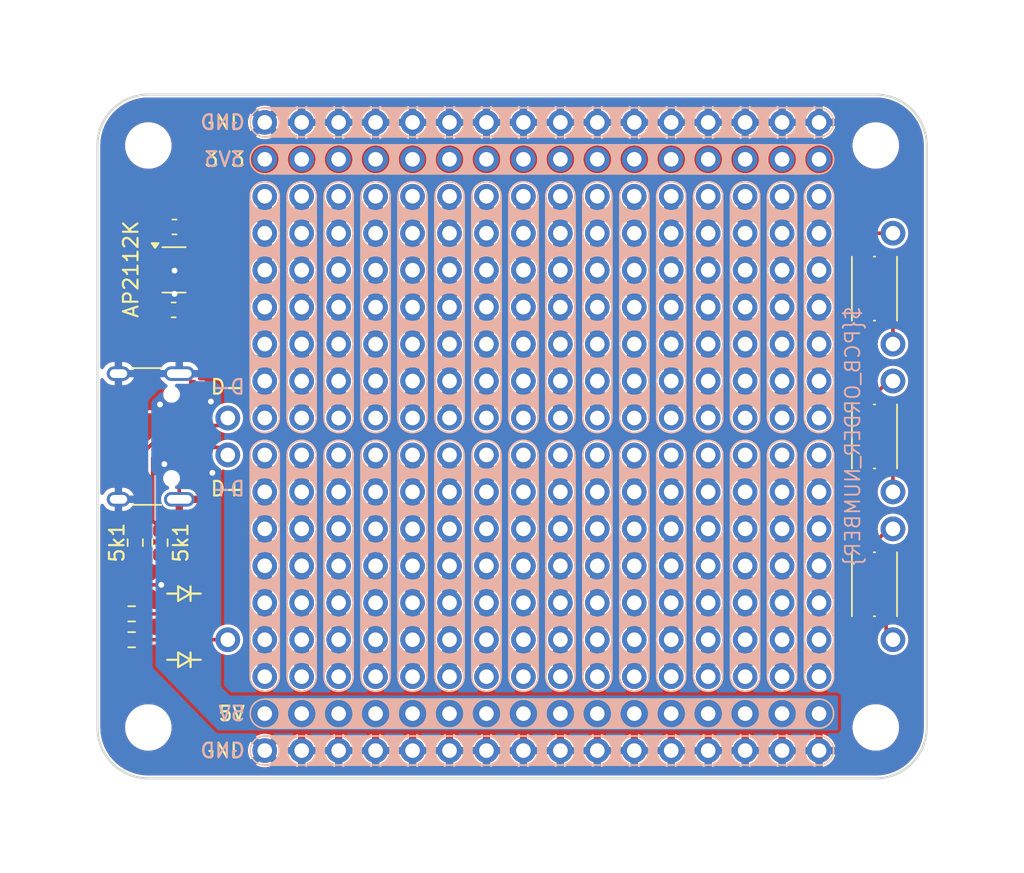
<source format=kicad_pcb>
(kicad_pcb (version 20240108) (generator "pcbnew") (generator_version "8.0")
  (layers (0 "F.Cu" signal) (31 "B.Cu" signal) (34 "B.Paste" user) (35 "F.Paste" user) (36 "B.SilkS" user "B.Silkscreen") (37 "F.SilkS" user "F.Silkscreen") (38 "B.Mask" user) (39 "F.Mask" user) (44 "Edge.Cuts" user))
  (net 0 "")
  (net 1 "GND")
  (net 2 "VCC")
  (net 3 "D+")
  (net 5 "D-")
  (net 6 "Net-(J1-CC2)")
  (net 7 "Net-(J1-CC1)")
  (net 9 "Net-(J6-Pin_1)")
  (net 10 "Net-(J7-Pin_1)")
  (net 11 "3V3")
  (net 12 "Net-(J8-Pin_1)")
  (net 13 "Net-(J9-Pin_1)")
  (net 14 "Net-(J10-Pin_1)")
  (net 15 "Net-(J11-Pin_1)")
  (net 16 "Net-(J12-Pin_1)")
  (net 17 "Net-(J13-Pin_1)")
  (net 18 "Net-(J14-Pin_1)")
  (net 19 "Net-(J15-Pin_1)")
  (net 20 "Net-(J16-Pin_1)")
  (net 21 "Net-(J17-Pin_1)")
  (net 22 "Net-(J18-Pin_1)")
  (net 23 "Net-(J19-Pin_1)")
  (net 24 "Net-(J20-Pin_1)")
  (net 25 "Net-(J21-Pin_1)")
  (net 26 "Net-(J22-Pin_1)")
  (net 27 "Net-(J23-Pin_1)")
  (net 28 "Net-(J24-Pin_1)")
  (net 29 "Net-(J25-Pin_1)")
  (net 30 "Net-(J26-Pin_1)")
  (net 31 "Net-(J27-Pin_1)")
  (net 32 "Net-(J28-Pin_1)")
  (net 33 "Net-(J29-Pin_1)")
  (net 34 "Net-(J30-Pin_1)")
  (net 35 "Net-(J31-Pin_1)")
  (net 36 "Net-(J32-Pin_1)")
  (net 37 "Net-(J33-Pin_1)")
  (net 38 "Net-(J34-Pin_1)")
  (net 39 "Net-(J35-Pin_1)")
  (net 40 "Net-(J36-Pin_1)")
  (net 41 "Net-(J37-Pin_1)")
  (net 43 "Net-(D1-K)")
  (net 44 "Net-(D1-A)")
  (net 45 "Net-(D2-A)")
  (net 46 "sw1_b")
  (net 47 "sw1_a")
  (net 48 "sw2_a")
  (net 49 "sw2_b")
  (net 50 "sw3_a")
  (net 51 "sw3_b")
  (footprint "MountingHole:MountingHole_2.7mm_M2.5" (layer "F.Cu") (at -8 20)
    (property "Reference" "REF**" (hide yes))
    (property "Value" "MountingHole_2.7mm_M2.5")
  )
  (footprint "MountingHole:MountingHole_2.7mm_M2.5" (layer "F.Cu") (at -8 -20)
    (property "Reference" "REF**" (hide yes))
    (property "Value" "MountingHole_2.7mm_M2.5")
  )
  (footprint "Library:PinHeader_1x07_P2.54mm_Vertical" (layer "F.Cu") (at 7.62 -16.51)
    (property "Reference" "J9" (hide yes))
    (property "Value" "Conn_01x07_Pin" (hide yes))
  )
  (footprint "MountingHole:MountingHole_2.7mm_M2.5" (layer "F.Cu") (at 42 20)
    (property "Reference" "REF**" (hide yes))
    (property "Value" "MountingHole_2.7mm_M2.5")
  )
  (footprint "Library:USB_C_Receptacle_HRO_TYPE-C-31-M-12" (layer "F.Cu") (at -9.005 0 -90)
    (property "Reference" "J1" (hide yes))
    (property "Value" "USB_C_Receptacle_USB2.0")
  )
  (footprint "Library:PinHeader_1x07_P2.54mm_Vertical" (layer "F.Cu") (at 33.02 -16.51)
    (property "Reference" "J19" (hide yes))
    (property "Value" "Conn_01x07_Pin" (hide yes))
  )
  (footprint "Library:PinHeader_1x07_P2.54mm_Vertical" (layer "F.Cu") (at 7.62 1.27)
    (property "Reference" "J25" (hide yes))
    (property "Value" "Conn_01x07_Pin" (hide yes))
  )
  (footprint "Library:PinHeader_1x07_P2.54mm_Vertical" (layer "F.Cu") (at 22.86 -16.51)
    (property "Reference" "J15" (hide yes))
    (property "Value" "Conn_01x07_Pin" (hide yes))
  )
  (footprint "Library:PinHeader_1x16_P2.54mm_Vertical" (layer "F.Cu") (at 0 -21.59 90)
    (property "Reference" "J4" (hide yes))
    (property "Value" "Conn_01x16_Pin")
  )
  (footprint "Library:PinHeader_1x07_P2.54mm_Vertical" (layer "F.Cu") (at 12.7 -16.51)
    (property "Reference" "J11" (hide yes))
    (property "Value" "Conn_01x07_Pin" (hide yes))
  )
  (footprint "Library:LED_0603_1608Metric_Pad1.05x0.95mm_HandSolder" (layer "F.Cu") (at -5.588 13.97 180)
    (property "Reference" "D1" (hide yes))
    (property "Value" "LED")
  )
  (footprint "Library:PinHeader_1x07_P2.54mm_Vertical" (layer "F.Cu") (at 35.56 1.27)
    (property "Reference" "J36" (hide yes))
    (property "Value" "Conn_01x07_Pin" (hide yes))
  )
  (footprint "Capacitor_SMD:C_0603_1608Metric" (layer "F.Cu") (at -6.2 -14.4 180)
    (property "Reference" "C2" (hide yes))
    (property "Value" "1uF")
  )
  (footprint "Library:PinHeader_1x07_P2.54mm_Vertical" (layer "F.Cu") (at 12.7 1.27)
    (property "Reference" "J27" (hide yes))
    (property "Value" "Conn_01x07_Pin" (hide yes))
  )
  (footprint "Library:PinHeader_1x16_P2.54mm_Vertical" (layer "F.Cu") (at 0 -19.05 90)
    (property "Reference" "J5" (hide yes))
    (property "Value" "Conn_01x16_Pin")
  )
  (footprint "Library:PinSocket_1x01_P2.54mm_Vertical" (layer "F.Cu") (at 43.18 13.97)
    (property "Reference" "J45" (hide yes))
    (property "Value" "Conn_01x01_Pin")
  )
  (footprint "Capacitor_SMD:C_0603_1608Metric" (layer "F.Cu") (at -6.2625 -8.7)
    (property "Reference" "C1" (hide yes))
    (property "Value" "1uF")
  )
  (footprint "Library:PinHeader_1x07_P2.54mm_Vertical" (layer "F.Cu") (at 2.54 1.27)
    (property "Reference" "J23" (hide yes))
    (property "Value" "Conn_01x07_Pin" (hide yes))
  )
  (footprint "Library:PinHeader_1x07_P2.54mm_Vertical" (layer "F.Cu") (at 35.56 -16.51)
    (property "Reference" "J20" (hide yes))
    (property "Value" "Conn_01x07_Pin" (hide yes))
  )
  (footprint "Library:PinHeader_1x07_P2.54mm_Vertical" (layer "F.Cu") (at 38.1 1.27)
    (property "Reference" "J37" (hide yes))
    (property "Value" "Conn_01x07_Pin" (hide yes))
  )
  (footprint "Library:PinHeader_1x07_P2.54mm_Vertical" (layer "F.Cu") (at 0 1.27)
    (property "Reference" "J22" (hide yes))
    (property "Value" "Conn_01x07_Pin" (hide yes))
  )
  (footprint "Library:PinSocket_1x01_P2.54mm_Vertical" (layer "F.Cu") (at 43.18 -3.81)
    (property "Reference" "J42" (hide yes))
    (property "Value" "Conn_01x01_Pin")
  )
  (footprint "Library:PinHeader_1x07_P2.54mm_Vertical" (layer "F.Cu") (at 5.08 1.27)
    (property "Reference" "J24" (hide yes))
    (property "Value" "Conn_01x07_Pin" (hide yes))
  )
  (footprint "Button_Switch_SMD:SW_Push_1P1T_NO_CK_KMR2" (layer "F.Cu") (at 41.91 0 90)
    (property "Reference" "SW2" (hide yes))
    (property "Value" "SW_SPST")
  )
  (footprint "Library:PinHeader_1x16_P2.54mm_Vertical" (layer "F.Cu") (at 0 21.59 90)
    (property "Reference" "J2" (hide yes))
    (property "Value" "Conn_01x16_Pin")
  )
  (footprint "Library:PinHeader_1x07_P2.54mm_Vertical" (layer "F.Cu") (at 20.32 -16.51)
    (property "Reference" "J14" (hide yes))
    (property "Value" "Conn_01x07_Pin" (hide yes))
  )
  (footprint "Library:PinHeader_1x07_P2.54mm_Vertical" (layer "F.Cu") (at 10.16 1.27)
    (property "Reference" "J26" (hide yes))
    (property "Value" "Conn_01x07_Pin" (hide yes))
  )
  (footprint "Library:PinHeader_1x07_P2.54mm_Vertical" (layer "F.Cu") (at 25.4 -16.51)
    (property "Reference" "J16" (hide yes))
    (property "Value" "Conn_01x07_Pin" (hide yes))
  )
  (footprint "Package_TO_SOT_SMD:SOT-23-5" (layer "F.Cu") (at -6.2375 -11.45)
    (property "Reference" "U2" (hide yes))
    (property "Value" "AP2112K-3.3")
  )
  (footprint "Library:PinHeader_1x07_P2.54mm_Vertical" (layer "F.Cu") (at 30.48 1.27)
    (property "Reference" "J34" (hide yes))
    (property "Value" "Conn_01x07_Pin" (hide yes))
  )
  (footprint "Library:PinSocket_1x01_P2.54mm_Vertical" (layer "F.Cu") (at 43.18 -6.35)
    (property "Reference" "J40" (hide yes))
    (property "Value" "Conn_01x01_Pin")
  )
  (footprint "Library:PinHeader_1x07_P2.54mm_Vertical" (layer "F.Cu") (at 17.78 1.27)
    (property "Reference" "J29" (hide yes))
    (property "Value" "Conn_01x07_Pin" (hide yes))
  )
  (footprint "Library:PinHeader_1x07_P2.54mm_Vertical" (layer "F.Cu") (at 10.16 -16.51)
    (property "Reference" "J10" (hide yes))
    (property "Value" "Conn_01x07_Pin" (hide yes))
  )
  (footprint "Library:PinSocket_1x01_P2.54mm_Vertical" (layer "F.Cu") (at 43.18 3.81)
    (property "Reference" "J43" (hide yes))
    (property "Value" "Conn_01x01_Pin")
  )
  (footprint "Library:PinHeader_1x07_P2.54mm_Vertical" (layer "F.Cu") (at 15.24 -16.51)
    (property "Reference" "J12" (hide yes))
    (property "Value" "Conn_01x07_Pin" (hide yes))
  )
  (footprint "Library:PinSocket_1x01_P2.54mm_Vertical" (layer "F.Cu") (at 43.18 -13.97)
    (property "Reference" "J41" (hide yes))
    (property "Value" "Conn_01x01_Pin")
  )
  (footprint "Library:PinHeader_1x07_P2.54mm_Vertical" (layer "F.Cu") (at 38.1 -16.51)
    (property "Reference" "J21" (hide yes))
    (property "Value" "Conn_01x07_Pin" (hide yes))
  )
  (footprint "Library:PinHeader_1x02_P2.54mm_Vertical" (layer "F.Cu") (at -2.54 1.27 180)
    (property "Reference" "J38" (hide yes))
    (property "Value" "Conn_01x02_Pin" (hide yes))
  )
  (footprint "Library:PinHeader_1x07_P2.54mm_Vertical" (layer "F.Cu") (at 27.94 1.27)
    (property "Reference" "J33" (hide yes))
    (property "Value" "Conn_01x07_Pin" (hide yes))
  )
  (footprint "Library:PinHeader_1x07_P2.54mm_Vertical" (layer "F.Cu") (at 15.24 1.27)
    (property "Reference" "J28" (hide yes))
    (property "Value" "Conn_01x07_Pin" (hide yes))
  )
  (footprint "Library:PinHeader_1x07_P2.54mm_Vertical" (layer "F.Cu") (at 5.08 -16.51)
    (property "Reference" "J8" (hide yes))
    (property "Value" "Conn_01x07_Pin" (hide yes))
  )
  (footprint "Library:PinHeader_1x07_P2.54mm_Vertical" (layer "F.Cu") (at 0 -16.51)
    (property "Reference" "J6" (hide yes))
    (property "Value" "Conn_01x07_Pin" (hide yes))
  )
  (footprint "Library:PinHeader_1x07_P2.54mm_Vertical" (layer "F.Cu") (at 20.32 1.27)
    (property "Reference" "J30" (hide yes))
    (property "Value" "Conn_01x07_Pin" (hide yes))
  )
  (footprint "Library:PinHeader_1x07_P2.54mm_Vertical" (layer "F.Cu") (at 25.4 1.27)
    (property "Reference" "J32" (hide yes))
    (property "Value" "Conn_01x07_Pin" (hide yes))
  )
  (footprint "Library:PinHeader_1x07_P2.54mm_Vertical" (layer "F.Cu") (at 2.54 -16.51)
    (property "Reference" "J7" (hide yes))
    (property "Value" "Conn_01x07_Pin" (hide yes))
  )
  (footprint "Library:PinHeader_1x07_P2.54mm_Vertical" (layer "F.Cu") (at 30.48 -16.51)
    (property "Reference" "J18" (hide yes))
    (property "Value" "Conn_01x07_Pin" (hide yes))
  )
  (footprint "Library:PinHeader_1x07_P2.54mm_Vertical" (layer "F.Cu") (at 22.86 1.27)
    (property "Reference" "J31" (hide yes))
    (property "Value" "Conn_01x07_Pin" (hide yes))
  )
  (footprint "Library:PinHeader_1x07_P2.54mm_Vertical" (layer "F.Cu") (at 17.78 -16.51)
    (property "Reference" "J13" (hide yes))
    (property "Value" "Conn_01x07_Pin" (hide yes))
  )
  (footprint "Library:PinHeader_1x07_P2.54mm_Vertical" (layer "F.Cu") (at 33.02 1.27)
    (property "Reference" "J35" (hide yes))
    (property "Value" "Conn_01x07_Pin" (hide yes))
  )
  (footprint "MountingHole:MountingHole_2.7mm_M2.5" (layer "F.Cu") (at 42 -20)
    (property "Reference" "REF**" (hide yes))
    (property "Value" "MountingHole_2.7mm_M2.5")
  )
  (footprint "Library:LED_0603_1608Metric_Pad1.05x0.95mm_HandSolder" (layer "F.Cu") (at -5.588 12.192 180)
    (property "Reference" "D2" (hide yes))
    (property "Value" "LED")
  )
  (footprint "Resistor_SMD:R_0603_1608Metric" (layer "F.Cu") (at -9.144 13.97 180)
    (property "Reference" "R3" (hide yes))
    (property "Value" "5k1")
  )
  (footprint "Resistor_SMD:R_0603_1608Metric" (layer "F.Cu") (at -9.144 12.192 180)
    (property "Reference" "R4" (hide yes))
    (property "Value" "56k" (hide yes))
  )
  (footprint "Resistor_SMD:R_0603_1608Metric" (layer "F.Cu") (at -7.2 7.3 90)
    (property "Reference" "R2" (hide yes))
    (property "Value" "5k1")
  )
  (footprint "Library:PinSocket_1x01_P2.54mm_Vertical" (layer "F.Cu") (at -2.54 13.97)
    (property "Reference" "J39" (hide yes))
    (property "Value" "Conn_01x01_Pin")
  )
  (footprint "Button_Switch_SMD:SW_Push_1P1T_NO_CK_KMR2" (layer "F.Cu") (at 41.91 -10.16 90)
    (property "Reference" "SW1" (hide yes))
    (property "Value" "SW_SPST")
  )
  (footprint "Button_Switch_SMD:SW_Push_1P1T_NO_CK_KMR2" (layer "F.Cu") (at 41.91 10.16 90)
    (property "Reference" "SW3" (hide yes))
    (property "Value" "SW_SPST")
  )
  (footprint "Library:PinHeader_1x16_P2.54mm_Vertical" (layer "F.Cu") (at 0 19.05 90)
    (property "Reference" "J3" (hide yes))
    (property "Value" "Conn_01x16_Pin")
  )
  (footprint "Library:PinSocket_1x01_P2.54mm_Vertical" (layer "F.Cu") (at 43.18 6.35)
    (property "Reference" "J44" (hide yes))
    (property "Value" "Conn_01x01_Pin")
  )
  (footprint "Resistor_SMD:R_0603_1608Metric" (layer "F.Cu") (at -8.9 7.3 90)
    (property "Reference" "R1" (hide yes))
    (property "Value" "5k1")
  )
  (footprint "Library:PinHeader_1x07_P2.54mm_Vertical" (layer "F.Cu") (at 27.94 -16.51)
    (property "Reference" "J17" (hide yes))
    (property "Value" "Conn_01x07_Pin" (hide yes))
  )
  (gr_line (start -5.1 15.35) (end -4.4 15.35) (stroke (width 0.15)) (layer "F.SilkS"))
  (gr_line (start -5.1 14.85) (end -5.1 15.85) (stroke (width 0.15)) (layer "F.SilkS"))
  (gr_line (start -5.1 10.8) (end -4.4 10.8) (stroke (width 0.15)) (layer "F.SilkS"))
  (gr_line (start -5.95 14.85) (end -5.1 15.35) (stroke (width 0.15)) (layer "F.SilkS"))
  (gr_line (start -5.95 10.3) (end -5.1 10.8) (stroke (width 0.15)) (layer "F.SilkS"))
  (gr_line (start -5.95 15.85) (end -5.95 14.85) (stroke (width 0.15)) (layer "F.SilkS"))
  (gr_line (start -5.95 10.8) (end -6.7 10.8) (stroke (width 0.15)) (layer "F.SilkS"))
  (gr_line (start -5.1 15.35) (end -5.95 15.85) (stroke (width 0.15)) (layer "F.SilkS"))
  (gr_line (start -5.95 11.3) (end -5.95 10.3) (stroke (width 0.15)) (layer "F.SilkS"))
  (gr_line (start -5.1 10.3) (end -5.1 11.3) (stroke (width 0.15)) (layer "F.SilkS"))
  (gr_line (start -5.1 10.8) (end -5.95 11.3) (stroke (width 0.15)) (layer "F.SilkS"))
  (gr_line (start -5.95 15.35) (end -6.7 15.35) (stroke (width 0.15)) (layer "F.SilkS"))
  (gr_arc (start 42 -23.5) (mid 44.474874 -22.474874) (end 45.5 -20) (stroke (width 0.15)) (layer "Edge.Cuts"))
  (gr_arc (start -11.5 -20) (mid -10.474874 -22.474874) (end -8 -23.5) (stroke (width 0.15)) (layer "Edge.Cuts"))
  (gr_line (start 45.5 20) (end 45.5 -20) (stroke (width 0.15)) (layer "Edge.Cuts"))
  (gr_arc (start 45.5 20) (mid 44.474874 22.474874) (end 42 23.5) (stroke (width 0.15)) (layer "Edge.Cuts"))
  (gr_line (start -11.5 -20) (end -11.5 20) (stroke (width 0.15)) (layer "Edge.Cuts"))
  (gr_line (start -8 23.5) (end 42 23.5) (stroke (width 0.15)) (layer "Edge.Cuts"))
  (gr_arc (start -8 23.5) (mid -10.474874 22.474874) (end -11.5 20) (stroke (width 0.15)) (layer "Edge.Cuts"))
  (gr_line (start 42 -23.5) (end -8 -23.5) (stroke (width 0.15)) (layer "Edge.Cuts"))
  (gr_text "3V3" (at -1.27 -19.05 0) (layer "B.SilkS") (effects (font (size 1 1)) (justify left mirror)))
  (gr_text "D+" (at -1.27 3.6 -0) (layer "B.SilkS") (effects (font (size 1 1)) (justify left mirror)))
  (gr_text "5V" (at -1.27 19.05 0) (layer "B.SilkS") (effects (font (size 1 1)) (justify left mirror)))
  (gr_text "${PCB_ORDER_NUMBER}" (at 41 0 90) (layer "B.SilkS") (effects (font (size 1 1) (thickness 0.125)) (justify bottom mirror)))
  (gr_text "GND" (at -1.27 -21.59 0) (layer "B.SilkS") (effects (font (size 1 1)) (justify left mirror)))
  (gr_text "D-" (at -1.27 -3.4 -0) (layer "B.SilkS") (effects (font (size 1 1)) (justify left mirror)))
  (gr_text "GND" (at -1.27 21.59 0) (layer "B.SilkS") (effects (font (size 1 1)) (justify left mirror)))
  (gr_text "D-" (at -3.81 -3.4 0) (layer "F.SilkS") (effects (font (size 1 1)) (justify left)))
  (gr_text "GND" (at -1.27 21.59 0) (layer "F.SilkS") (effects (font (size 1 1)) (justify right)))
  (gr_text "D+" (at -3.81 3.6 0) (layer "F.SilkS") (effects (font (size 1 1)) (justify left)))
  (gr_text "5V" (at -1.27 19.05 0) (layer "F.SilkS") (effects (font (size 1 1)) (justify right)))
  (gr_text "GND" (at -1.27 -21.59 0) (layer "F.SilkS") (effects (font (size 1 1)) (justify right)))
  (gr_text "3V3" (at -1.27 -19.05 0) (layer "F.SilkS") (effects (font (size 1 1)) (justify right)))
  (gr_text "AP2112K" (at -9.2 -11.5 90) (layer "F.SilkS") (effects (font (size 1 1))))
  (segment (start -7.375 -11.45) (end -6.25 -11.45) (width 0.25) (layer "F.Cu") (net 1))
  (segment (start -4.96 3.25) (end -5.65 3.25) (width 0.25) (layer "F.Cu") (net 1))
  (segment (start -5.65 3.25) (end -5.9 3.5) (width 0.25) (layer "F.Cu") (net 1))
  (segment (start -6.25 -11.45) (end -6.2 -11.4) (width 0.25) (layer "F.Cu") (net 1))
  (segment (start -5.9 3.5) (end -5.875 3.525) (width 0.25) (layer "F.Cu") (net 1))
  (segment (start -5.875 3.525) (end -5.875 4.32) (width 0.25) (layer "F.Cu") (net 1))
  (via (at -6.2 -11.4) (size 0.8) (drill 0.4) (layers "F.Cu" "B.Cu") (net 1))
  (via (at -6.2 -9.8) (size 0.8) (drill 0.4) (layers "F.Cu" "B.Cu") (net 1))
  (segment (start -3.6 2.5) (end -4.91 2.5) (width 0.5) (layer "F.Cu") (net 2))
  (segment (start -6.336396 1.9) (end -5.786396 2.45) (width 0.25) (layer "F.Cu") (net 2))
  (segment (start -10.0565 13.97) (end -10.0565 12.192) (width 0.25) (layer "F.Cu") (net 2))
  (segment (start -10.0565 11.5805) (end -10.0565 12.192) (width 0.25) (layer "F.Cu") (net 2))
  (segment (start -7.112 10.2) (end -8.676 10.2) (width 0.25) (layer "F.Cu") (net 2))
  (segment (start -5.786396 2.45) (end -4.96 2.45) (width 0.25) (layer "F.Cu") (net 2))
  (segment (start -3.75 -2.45) (end -4.96 -2.45) (width 0.25) (layer "F.Cu") (net 2))
  (segment (start -3.7 -2.4) (end -3.75 -2.45) (width 0.25) (layer "F.Cu") (net 2))
  (segment (start -4.91 2.5) (end -4.96 2.45) (width 0.5) (layer "F.Cu") (net 2))
  (segment (start -6.9 1.9) (end -6.336396 1.9) (width 0.25) (layer "F.Cu") (net 2))
  (segment (start -8.676 10.2) (end -10.0565 11.5805) (width 0.25) (layer "F.Cu") (net 2))
  (via (at -7.2 -2.2) (size 0.8) (drill 0.4) (layers "F.Cu" "B.Cu") (net 2))
  (via (at -7.112 10.2) (size 0.8) (drill 0.4) (layers "F.Cu" "B.Cu") (net 2))
  (via (at -3.7 -2.4) (size 0.8) (drill 0.4) (layers "F.Cu" "B.Cu") (net 2))
  (via (at -3.6 2.5) (size 0.8) (drill 0.4) (layers "F.Cu" "B.Cu") (net 2))
  (via (at -6.9 1.9) (size 0.8) (drill 0.4) (layers "F.Cu" "B.Cu") (net 2))
  (segment (start -5.985 0.75) (end -4.96 0.75) (width 0.25) (layer "F.Cu") (net 3))
  (segment (start -5.985 -0.25) (end -6.16 -0.075) (width 0.25) (layer "F.Cu") (net 3))
  (segment (start -6.16 -0.075) (end -6.16 0.575) (width 0.25) (layer "F.Cu") (net 3))
  (segment (start -6.16 0.575) (end -5.985 0.75) (width 0.25) (layer "F.Cu") (net 3))
  (segment (start -3.06 0.75) (end -4.96 0.75) (width 0.25) (layer "F.Cu") (net 3))
  (segment (start -2.54 1.27) (end -3.06 0.75) (width 0.25) (layer "F.Cu") (net 3))
  (segment (start -4.96 -0.25) (end -5.985 -0.25) (width 0.25) (layer "F.Cu") (net 3))
  (segment (start -3.76 -0.75) (end -4.96 -0.75) (width 0.25) (layer "F.Cu") (net 5))
  (segment (start -3.06 -0.75) (end -2.54 -1.27) (width 0.25) (layer "F.Cu") (net 5))
  (segment (start -4.96 0.25) (end -3.935 0.25) (width 0.25) (layer "F.Cu") (net 5))
  (segment (start -3.935 0.25) (end -3.76 0.075) (width 0.25) (layer "F.Cu") (net 5))
  (segment (start -3.76 -0.75) (end -3.06 -0.75) (width 0.25) (layer "F.Cu") (net 5))
  (segment (start -3.76 0.075) (end -3.76 -0.75) (width 0.25) (layer "F.Cu") (net 5))
  (segment (start -5.85 1.75) (end -6.6 1) (width 0.25) (layer "F.Cu") (net 6))
  (segment (start -7.7 1.5) (end -7.7 5.8) (width 0.25) (layer "F.Cu") (net 6))
  (segment (start -6.6 1) (end -7.2 1) (width 0.25) (layer "F.Cu") (net 6))
  (segment (start -7.7 5.8) (end -7.25 6.25) (width 0.25) (layer "F.Cu") (net 6))
  (segment (start -7.2 1) (end -7.7 1.5) (width 0.25) (layer "F.Cu") (net 6))
  (segment (start -4.96 1.75) (end -5.85 1.75) (width 0.25) (layer "F.Cu") (net 6))
  (segment (start -8.3 5.69) (end -8.3 1.065) (width 0.25) (layer "F.Cu") (net 7))
  (segment (start -5.985 -1.25) (end -4.96 -1.25) (width 0.25) (layer "F.Cu") (net 7))
  (segment (start -8.3 1.065) (end -5.985 -1.25) (width 0.25) (layer "F.Cu") (net 7))
  (segment (start -8.93 6.32) (end -8.3 5.69) (width 0.25) (layer "F.Cu") (net 7))
  (segment (start 0 -16.51) (end 0 -1.27) (width 1) (layer "F.Cu") (net 9))
  (segment (start 0 -1.27) (end 0 -13.97) (width 1) (layer "B.Cu") (net 9))
  (segment (start 0 -13.97) (end 0 -16.51) (width 1) (layer "B.Cu") (net 9))
  (segment (start 2.54 -16.51) (end 2.54 -1.27) (width 1) (layer "F.Cu") (net 10))
  (segment (start 2.54 -13.97) (end 2.54 -1.27) (width 1) (layer "B.Cu") (net 10))
  (segment (start 2.54 -16.51) (end 2.54 -13.97) (width 1) (layer "B.Cu") (net 10))
  (segment (start 5.08 -16.51) (end 5.08 -1.27) (width 1) (layer "F.Cu") (net 12))
  (segment (start 5.08 -16.51) (end 5.08 -13.97) (width 1) (layer "B.Cu") (net 12))
  (segment (start 5.08 -1.27) (end 5.08 -13.97) (width 1) (layer "B.Cu") (net 12))
  (segment (start 7.62 -16.51) (end 7.62 -1.27) (width 1) (layer "F.Cu") (net 13))
  (segment (start 7.62 -16.51) (end 7.62 -13.97) (width 1) (layer "B.Cu") (net 13))
  (segment (start 7.62 -13.97) (end 7.62 -1.27) (width 1) (layer "B.Cu") (net 13))
  (segment (start 10.16 -16.51) (end 10.16 -1.27) (width 1) (layer "F.Cu") (net 14))
  (segment (start 10.16 -13.97) (end 10.16 -1.27) (width 1) (layer "B.Cu") (net 14))
  (segment (start 10.16 -16.51) (end 10.16 -13.97) (width 1) (layer "B.Cu") (net 14))
  (segment (start 12.7 -16.51) (end 12.7 -1.27) (width 1) (layer "F.Cu") (net 15))
  (segment (start 12.7 -1.27) (end 12.7 -13.97) (width 1) (layer "B.Cu") (net 15))
  (segment (start 12.7 -13.97) (end 12.7 -16.51) (width 1) (layer "B.Cu") (net 15))
  (segment (start 15.24 -16.51) (end 15.24 -1.27) (width 1) (layer "F.Cu") (net 16))
  (segment (start 15.24 -16.51) (end 15.24 -13.97) (width 1) (layer "B.Cu") (net 16))
  (segment (start 15.24 -13.97) (end 15.24 -1.27) (width 1) (layer "B.Cu") (net 16))
  (segment (start 17.78 -16.51) (end 17.78 -1.27) (width 1) (layer "F.Cu") (net 17))
  (segment (start 17.78 -1.27) (end 17.78 -13.97) (width 1) (layer "B.Cu") (net 17))
  (segment (start 17.78 -13.97) (end 17.78 -16.51) (width 1) (layer "B.Cu") (net 17))
  (segment (start 20.32 -16.51) (end 20.32 -1.27) (width 1) (layer "F.Cu") (net 18))
  (segment (start 20.32 -16.51) (end 20.32 -13.97) (width 1) (layer "B.Cu") (net 18))
  (segment (start 20.32 -13.97) (end 20.32 -1.27) (width 1) (layer "B.Cu") (net 18))
  (segment (start 22.86 -16.51) (end 22.86 -1.27) (width 1) (layer "F.Cu") (net 19))
  (segment (start 22.86 -13.97) (end 22.86 -16.51) (width 1) (layer "B.Cu") (net 19))
  (segment (start 22.86 -1.27) (end 22.86 -13.97) (width 1) (layer "B.Cu") (net 19))
  (segment (start 25.4 -16.51) (end 25.4 -1.27) (width 1) (layer "F.Cu") (net 20))
  (segment (start 25.4 -13.97) (end 25.4 -1.27) (width 1) (layer "B.Cu") (net 20))
  (segment (start 25.4 -16.51) (end 25.4 -13.97) (width 1) (layer "B.Cu") (net 20))
  (segment (start 27.94 -16.51) (end 27.94 -1.27) (width 1) (layer "F.Cu") (net 21))
  (segment (start 27.94 -13.97) (end 27.94 -16.51) (width 1) (layer "B.Cu") (net 21))
  (segment (start 27.94 -1.27) (end 27.94 -13.97) (width 1) (layer "B.Cu") (net 21))
  (segment (start 30.48 -16.51) (end 30.48 -1.27) (width 1) (layer "F.Cu") (net 22))
  (segment (start 30.48 -16.51) (end 30.48 -13.97) (width 1) (layer "B.Cu") (net 22))
  (segment (start 30.48 -13.97) (end 30.48 -1.27) (width 1) (layer "B.Cu") (net 22))
  (segment (start 33.02 -16.51) (end 33.02 -1.27) (width 1) (layer "F.Cu") (net 23))
  (segment (start 33.02 -1.27) (end 33.02 -13.97) (width 1) (layer "B.Cu") (net 23))
  (segment (start 33.02 -13.97) (end 33.02 -16.51) (width 1) (layer "B.Cu") (net 23))
  (segment (start 35.56 -16.51) (end 35.56 -1.27) (width 1) (layer "F.Cu") (net 24))
  (segment (start 35.56 -16.51) (end 35.56 -13.97) (width 1) (layer "B.Cu") (net 24))
  (segment (start 35.56 -13.97) (end 35.56 -1.27) (width 1) (layer "B.Cu") (net 24))
  (segment (start 38.1 -16.51) (end 38.1 -1.27) (width 1) (layer "F.Cu") (net 25))
  (segment (start 38.1 -1.27) (end 38.1 -13.97) (width 1) (layer "B.Cu") (net 25))
  (segment (start 38.1 -13.97) (end 38.1 -16.51) (width 1) (layer "B.Cu") (net 25))
  (segment (start 0 1.27) (end 0 16.51) (width 1) (layer "F.Cu") (net 26))
  (segment (start 0 1.27) (end 0 3.81) (width 1) (layer "B.Cu") (net 26))
  (segment (start 0 3.81) (end 0 16.51) (width 1) (layer "B.Cu") (net 26))
  (segment (start 2.54 1.27) (end 2.54 16.51) (width 1) (layer "F.Cu") (net 27))
  (segment (start 2.54 13.97) (end 2.54 1.27) (width 1) (layer "B.Cu") (net 27))
  (segment (start 2.54 16.51) (end 2.54 13.97) (width 1) (layer "B.Cu") (net 27))
  (segment (start 5.08 1.27) (end 5.08 16.51) (width 1) (layer "F.Cu") (net 28))
  (segment (start 5.08 1.27) (end 5.08 3.81) (width 1) (layer "B.Cu") (net 28))
  (segment (start 5.08 3.81) (end 5.08 16.51) (width 1) (layer "B.Cu") (net 28))
  (segment (start 7.62 1.27) (end 7.62 16.51) (width 1) (layer "F.Cu") (net 29))
  (segment (start 7.62 1.27) (end 7.62 3.81) (width 1) (layer "B.Cu") (net 29))
  (segment (start 7.62 16.51) (end 7.62 3.81) (width 1) (layer "B.Cu") (net 29))
  (segment (start 10.16 1.27) (end 10.16 16.51) (width 1) (layer "F.Cu") (net 30))
  (segment (start 10.16 3.81) (end 10.16 16.51) (width 1) (layer "B.Cu") (net 30))
  (segment (start 10.16 1.27) (end 10.16 3.81) (width 1) (layer "B.Cu") (net 30))
  (segment (start 12.7 1.27) (end 12.7 16.51) (width 1) (layer "F.Cu") (net 31))
  (segment (start 12.7 3.81) (end 12.7 1.27) (width 1) (layer "B.Cu") (net 31))
  (segment (start 12.7 16.51) (end 12.7 3.81) (width 1) (layer "B.Cu") (net 31))
  (segment (start 15.24 1.27) (end 15.24 16.51) (width 1) (layer "F.Cu") (net 32))
  (segment (start 15.24 1.27) (end 15.24 3.81) (width 1) (layer "B.Cu") (net 32))
  (segment (start 15.24 3.81) (end 15.24 16.51) (width 1) (layer "B.Cu") (net 32))
  (segment (start 17.78 1.27) (end 17.78 16.51) (width 1) (layer "F.Cu") (net 33))
  (segment (start 17.78 16.51) (end 17.78 3.81) (width 1) (layer "B.Cu") (net 33))
  (segment (start 17.78 3.81) (end 17.78 1.27) (width 1) (layer "B.Cu") (net 33))
  (segment (start 20.32 1.27) (end 20.32 16.51) (width 1) (layer "F.Cu") (net 34))
  (segment (start 20.32 3.81) (end 20.32 16.51) (width 1) (layer "B.Cu") (net 34))
  (segment (start 20.32 1.27) (end 20.32 3.81) (width 1) (layer "B.Cu") (net 34))
  (segment (start 22.86 1.27) (end 22.86 16.51) (width 1) (layer "F.Cu") (net 35))
  (segment (start 22.86 3.81) (end 22.86 1.27) (width 1) (layer "B.Cu") (net 35))
  (segment (start 22.86 16.51) (end 22.86 3.81) (width 1) (layer "B.Cu") (net 35))
  (segment (start 25.4 1.27) (end 25.4 16.51) (width 1) (layer "F.Cu") (net 36))
  (segment (start 25.4 1.27) (end 25.4 3.81) (width 1) (layer "B.Cu") (net 36))
  (segment (start 25.4 3.81) (end 25.4 16.51) (width 1) (layer "B.Cu") (net 36))
  (segment (start 27.94 1.27) (end 27.94 16.51) (width 1) (layer "F.Cu") (net 37))
  (segment (start 27.94 3.81) (end 27.94 1.27) (width 1) (layer "B.Cu") (net 37))
  (segment (start 27.94 16.51) (end 27.94 3.81) (width 1) (layer "B.Cu") (net 37))
  (segment (start 30.48 1.27) (end 30.48 16.51) (width 1) (layer "F.Cu") (net 38))
  (segment (start 30.48 1.27) (end 30.48 3.81) (width 1) (layer "B.Cu") (net 38))
  (segment (start 30.48 3.81) (end 30.48 16.51) (width 1) (layer "B.Cu") (net 38))
  (segment (start 33.02 1.27) (end 33.02 16.51) (width 1) (layer "F.Cu") (net 39))
  (segment (start 33.02 3.81) (end 33.02 1.27) (width 1) (layer "B.Cu") (net 39))
  (segment (start 33.02 16.51) (end 33.02 3.81) (width 1) (layer "B.Cu") (net 39))
  (segment (start 35.56 1.27) (end 35.56 16.51) (width 1) (layer "F.Cu") (net 40))
  (segment (start 35.56 1.27) (end 35.56 3.81) (width 1) (layer "B.Cu") (net 40))
  (segment (start 35.56 3.81) (end 35.56 16.51) (width 1) (layer "B.Cu") (net 40))
  (segment (start 38.1 1.27) (end 38.1 16.51) (width 1) (layer "F.Cu") (net 41))
  (segment (start 38.1 16.51) (end 38.1 3.81) (width 1) (layer "B.Cu") (net 41))
  (segment (start 38.1 3.81) (end 38.1 1.27) (width 1) (layer "B.Cu") (net 41))
  (segment (start -4.713001 13.97) (end -2.54 13.97) (width 0.25) (layer "F.Cu") (net 43))
  (segment (start -8.2315 13.97) (end -6.462999 13.97) (width 0.25) (layer "F.Cu") (net 44))
  (segment (start -6.462999 12.192) (end -8.2315 12.192) (width 0.25) (layer "F.Cu") (net 45))
  (segment (start 43.18 -7.640001) (end 42.71 -8.110001) (width 0.25) (layer "F.Cu") (net 46))
  (segment (start 42.71 -12.209999) (end 42.71 -8.110001) (width 0.25) (layer "F.Cu") (net 46))
  (segment (start 43.18 -6.35) (end 43.18 -7.640001) (width 0.25) (layer "F.Cu") (net 46))
  (segment (start 41.11 -12.209999) (end 41.11 -13.17) (width 0.25) (layer "F.Cu") (net 47))
  (segment (start 41.11 -12.209999) (end 41.11 -8.110001) (width 0.25) (layer "F.Cu") (net 47))
  (segment (start 41.91 -13.97) (end 43.18 -13.97) (width 0.25) (layer "F.Cu") (net 47))
  (segment (start 41.11 -13.17) (end 41.91 -13.97) (width 0.25) (layer "F.Cu") (net 47))
  (segment (start 42.870001 -3.81) (end 43.18 -3.81) (width 0.25) (layer "F.Cu") (net 48))
  (segment (start 41.11 -2.049999) (end 42.870001 -3.81) (width 0.25) (layer "F.Cu") (net 48))
  (segment (start 41.11 -2.049999) (end 41.11 2.049999) (width 0.25) (layer "F.Cu") (net 48))
  (segment (start 43.18 3.81) (end 43.18 2.519999) (width 0.25) (layer "F.Cu") (net 49))
  (segment (start 42.71 2.049999) (end 42.71 -2.049999) (width 0.25) (layer "F.Cu") (net 49))
  (segment (start 43.18 2.519999) (end 42.71 2.049999) (width 0.25) (layer "F.Cu") (net 49))
  (segment (start 43.18 6.35) (end 42.870001 6.35) (width 0.25) (layer "F.Cu") (net 50))
  (segment (start 42.870001 6.35) (end 41.11 8.110001) (width 0.25) (layer "F.Cu") (net 50))
  (segment (start 41.11 8.110001) (end 41.11 12.209999) (width 0.25) (layer "F.Cu") (net 50))
  (segment (start 42.71 12.209999) (end 42.71 13.5) (width 0.25) (layer "F.Cu") (net 51))
  (segment (start 42.71 8.110001) (end 42.71 12.209999) (width 0.25) (layer "F.Cu") (net 51))
  (segment (start 42.71 13.5) (end 43.18 13.97) (width 0.25) (layer "F.Cu") (net 51))
  (zone (net 11) (net_name "3V3") (layer "F.Cu") (priority 2) (connect_pads yes (clearance 0.2)) (min_thickness 0.25) (fill yes (thermal_gap 0.5) (thermal_bridge_width 0.5))
    (polygon (pts (xy -1.3 -20.3) (xy 39.3 -20.3) (xy 39.3 -18) (xy -1 -18.1) (xy -4 -15.1) (xy -4 -12) (xy -4.1 -11.9) (xy -5.8 -11.9) (xy -6 -12.1) (xy -6 -15.6)))
  )
  (zone (net 2) (net_name "VCC") (layer "F.Cu") (priority 1) (connect_pads (clearance 0.2)) (min_thickness 0.25) (fill yes (thermal_gap 0.5) (thermal_bridge_width 0.5))
    (polygon (pts (xy -6.8 -10) (xy -6.5 -10.3) (xy -6.5 -10.8) (xy -6.7 -11) (xy -8.2 -11) (xy -8.4 -11.2) (xy -8.4 -11.9) (xy -8.2 -12.1) (xy -6.7 -12.1) (xy -6.6 -12.2) (xy -6.6 -12.6) (xy -6.8 -12.8) (xy -8.7 -12.8) (xy -9.2 -12.3) (xy -9.2 -5.7) (xy -8.7 -5.2) (xy -8.7 -2.7) (xy -8.1 -1.8) (xy -3.9 -1.8) (xy -3.3 -2.4) (xy -3.3 -2.7) (xy -3.5 -2.8) (xy -6 -2.8) (xy -7.2 -4) (xy -7.2 -5.2) (xy -6.3 -5.8) (xy -6.3 -9.1) (xy -6.8 -9.6)))
  )
  (zone (net 1) (net_name "GND") (layers "F&B.Cu") (connect_pads (clearance 0.2)) (min_thickness 0.25) (fill yes (thermal_gap 0.3) (thermal_bridge_width 0.5))
    (polygon (pts (xy -15.08 -30) (xy 49.92 -30) (xy 49.92 30) (xy -15.08 30)))
  )
  (zone (net 2) (net_name "VCC") (layer "B.Cu") (priority 3) (connect_pads yes (clearance 0.2)) (min_thickness 0.25) (fill yes (thermal_gap 0.5) (thermal_bridge_width 0.5))
    (polygon (pts (xy -7.8 -2.4) (xy -6.4 -3.8) (xy -3.4 -3.8) (xy -3 -3.4) (xy -3 17.2) (xy -2.4 17.8) (xy 39 17.8) (xy 39.4 17.8) (xy 39.4 20.2) (xy 39 20.2) (xy -3.2 20.2) (xy -7.503993 15.804875) (xy -7.508167 2.691833) (xy -7.8 2.4)))
  )
)
</source>
